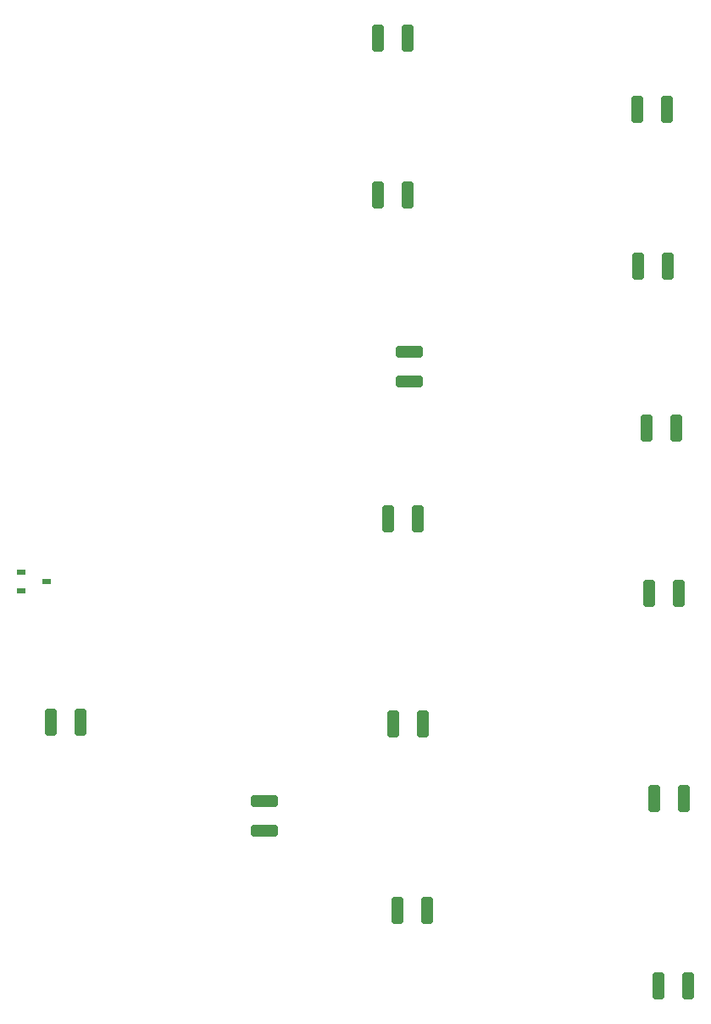
<source format=gbr>
%TF.GenerationSoftware,KiCad,Pcbnew,(6.0.7)*%
%TF.CreationDate,2023-01-12T12:11:46-08:00*%
%TF.ProjectId,RevisedControlBoard,52657669-7365-4644-936f-6e74726f6c42,rev?*%
%TF.SameCoordinates,Original*%
%TF.FileFunction,Paste,Top*%
%TF.FilePolarity,Positive*%
%FSLAX46Y46*%
G04 Gerber Fmt 4.6, Leading zero omitted, Abs format (unit mm)*
G04 Created by KiCad (PCBNEW (6.0.7)) date 2023-01-12 12:11:46*
%MOMM*%
%LPD*%
G01*
G04 APERTURE LIST*
G04 Aperture macros list*
%AMRoundRect*
0 Rectangle with rounded corners*
0 $1 Rounding radius*
0 $2 $3 $4 $5 $6 $7 $8 $9 X,Y pos of 4 corners*
0 Add a 4 corners polygon primitive as box body*
4,1,4,$2,$3,$4,$5,$6,$7,$8,$9,$2,$3,0*
0 Add four circle primitives for the rounded corners*
1,1,$1+$1,$2,$3*
1,1,$1+$1,$4,$5*
1,1,$1+$1,$6,$7*
1,1,$1+$1,$8,$9*
0 Add four rect primitives between the rounded corners*
20,1,$1+$1,$2,$3,$4,$5,0*
20,1,$1+$1,$4,$5,$6,$7,0*
20,1,$1+$1,$6,$7,$8,$9,0*
20,1,$1+$1,$8,$9,$2,$3,0*%
G04 Aperture macros list end*
%ADD10RoundRect,0.250000X-0.325000X-1.100000X0.325000X-1.100000X0.325000X1.100000X-0.325000X1.100000X0*%
%ADD11RoundRect,0.250000X0.325000X1.100000X-0.325000X1.100000X-0.325000X-1.100000X0.325000X-1.100000X0*%
%ADD12R,0.850000X0.600000*%
%ADD13RoundRect,0.250000X1.100000X-0.325000X1.100000X0.325000X-1.100000X0.325000X-1.100000X-0.325000X0*%
%ADD14RoundRect,0.250000X-1.100000X0.325000X-1.100000X-0.325000X1.100000X-0.325000X1.100000X0.325000X0*%
G04 APERTURE END LIST*
D10*
%TO.C,C2*%
X195804999Y-120230000D03*
X192854999Y-120230000D03*
%TD*%
D11*
%TO.C,C10*%
X169704999Y-112730000D03*
X166754999Y-112730000D03*
%TD*%
D10*
%TO.C,C12*%
X193280000Y-138930000D03*
X196230000Y-138930000D03*
%TD*%
D11*
%TO.C,C13*%
X165255000Y-59930000D03*
X168205000Y-59930000D03*
%TD*%
D12*
%TO.C,IC1*%
X129580000Y-97580000D03*
X129580000Y-99480000D03*
X132080000Y-98530000D03*
%TD*%
D10*
%TO.C,C5*%
X192055000Y-83230000D03*
X195005000Y-83230000D03*
%TD*%
D11*
%TO.C,C9*%
X168204999Y-44230000D03*
X165254999Y-44230000D03*
%TD*%
%TO.C,C14*%
X169205000Y-92230000D03*
X166255000Y-92230000D03*
%TD*%
%TO.C,C8*%
X170130000Y-131330000D03*
X167180000Y-131330000D03*
%TD*%
D10*
%TO.C,C6*%
X192305000Y-99730000D03*
X195255000Y-99730000D03*
%TD*%
D13*
%TO.C,C15*%
X153860000Y-123405000D03*
X153860000Y-120455000D03*
%TD*%
D10*
%TO.C,C11*%
X191255000Y-67030000D03*
X194205000Y-67030000D03*
%TD*%
%TO.C,C7*%
X191155000Y-51330000D03*
X194105000Y-51330000D03*
%TD*%
D14*
%TO.C,C3*%
X168380000Y-75605001D03*
X168380000Y-78555001D03*
%TD*%
D10*
%TO.C,C16*%
X132535000Y-112550000D03*
X135485000Y-112550000D03*
%TD*%
M02*

</source>
